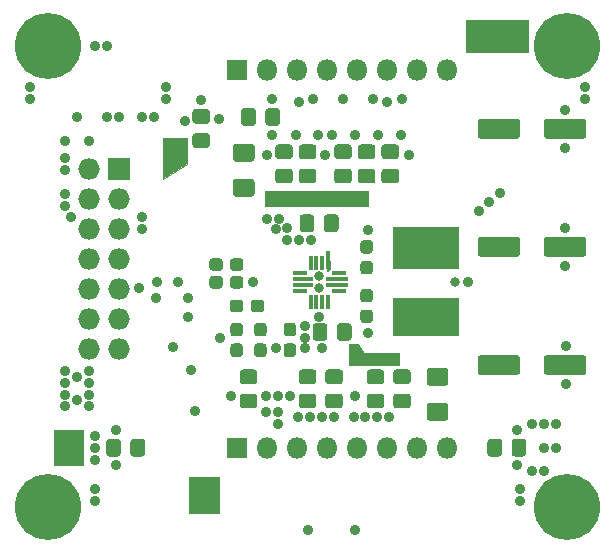
<source format=gbr>
%TF.GenerationSoftware,KiCad,Pcbnew,(5.1.6)-1*%
%TF.CreationDate,2022-04-15T15:17:14-04:00*%
%TF.ProjectId,MP28167 - Breakout,4d503238-3136-4372-902d-20427265616b,V1.0*%
%TF.SameCoordinates,Original*%
%TF.FileFunction,Soldermask,Top*%
%TF.FilePolarity,Negative*%
%FSLAX46Y46*%
G04 Gerber Fmt 4.6, Leading zero omitted, Abs format (unit mm)*
G04 Created by KiCad (PCBNEW (5.1.6)-1) date 2022-04-15 15:17:14*
%MOMM*%
%LPD*%
G01*
G04 APERTURE LIST*
%ADD10C,0.100000*%
%ADD11O,1.800000X1.800000*%
%ADD12R,1.800000X1.800000*%
%ADD13R,1.827200X1.827200*%
%ADD14O,1.827200X1.827200*%
%ADD15R,5.700000X3.600000*%
%ADD16R,5.700000X3.300000*%
%ADD17R,0.350000X1.500000*%
%ADD18R,0.350000X1.200000*%
%ADD19R,1.200000X0.350000*%
%ADD20R,1.700000X0.350000*%
%ADD21R,1.900000X0.350000*%
%ADD22C,5.600000*%
%ADD23C,0.900000*%
%ADD24C,0.800000*%
G04 APERTURE END LIST*
D10*
G36*
X98750000Y-119500000D02*
G01*
X101750000Y-119500000D01*
X101750000Y-120500000D01*
X97500000Y-120500000D01*
X97500000Y-118750000D01*
X98250000Y-118750000D01*
X98750000Y-119500000D01*
G37*
X98750000Y-119500000D02*
X101750000Y-119500000D01*
X101750000Y-120500000D01*
X97500000Y-120500000D01*
X97500000Y-118750000D01*
X98250000Y-118750000D01*
X98750000Y-119500000D01*
G36*
X83750000Y-103500000D02*
G01*
X81750000Y-104750000D01*
X81750000Y-101250000D01*
X83750000Y-101250000D01*
X83750000Y-103500000D01*
G37*
X83750000Y-103500000D02*
X81750000Y-104750000D01*
X81750000Y-101250000D01*
X83750000Y-101250000D01*
X83750000Y-103500000D01*
G36*
X112625000Y-94000000D02*
G01*
X107375000Y-94000000D01*
X107375000Y-91250000D01*
X112625000Y-91250000D01*
X112625000Y-94000000D01*
G37*
X112625000Y-94000000D02*
X107375000Y-94000000D01*
X107375000Y-91250000D01*
X112625000Y-91250000D01*
X112625000Y-94000000D01*
G36*
X99125000Y-107000000D02*
G01*
X90375000Y-107000000D01*
X90375000Y-105750000D01*
X99125000Y-105750000D01*
X99125000Y-107000000D01*
G37*
X99125000Y-107000000D02*
X90375000Y-107000000D01*
X90375000Y-105750000D01*
X99125000Y-105750000D01*
X99125000Y-107000000D01*
G36*
X75000000Y-129000000D02*
G01*
X72500000Y-129000000D01*
X72500000Y-126000000D01*
X75000000Y-126000000D01*
X75000000Y-129000000D01*
G37*
X75000000Y-129000000D02*
X72500000Y-129000000D01*
X72500000Y-126000000D01*
X75000000Y-126000000D01*
X75000000Y-129000000D01*
G36*
X86500000Y-133000000D02*
G01*
X84000000Y-133000000D01*
X84000000Y-130000000D01*
X86500000Y-130000000D01*
X86500000Y-133000000D01*
G37*
X86500000Y-133000000D02*
X84000000Y-133000000D01*
X84000000Y-130000000D01*
X86500000Y-130000000D01*
X86500000Y-133000000D01*
%TO.C,U1*%
G36*
X95875001Y-111700000D02*
G01*
X95625001Y-111700000D01*
X95625001Y-112500000D01*
X95725001Y-112500000D01*
X95875001Y-112350000D01*
X95875001Y-111700000D01*
G37*
X95875001Y-111700000D02*
X95625001Y-111700000D01*
X95625001Y-112500000D01*
X95725001Y-112500000D01*
X95875001Y-112350000D01*
X95875001Y-111700000D01*
%TD*%
%TO.C,C3*%
G36*
G01*
X88575000Y-111737500D02*
X88575000Y-112262500D01*
G75*
G02*
X88312500Y-112525000I-262500J0D01*
G01*
X87687500Y-112525000D01*
G75*
G02*
X87425000Y-112262500I0J262500D01*
G01*
X87425000Y-111737500D01*
G75*
G02*
X87687500Y-111475000I262500J0D01*
G01*
X88312500Y-111475000D01*
G75*
G02*
X88575000Y-111737500I0J-262500D01*
G01*
G37*
G36*
G01*
X86825000Y-111737500D02*
X86825000Y-112262500D01*
G75*
G02*
X86562500Y-112525000I-262500J0D01*
G01*
X85937500Y-112525000D01*
G75*
G02*
X85675000Y-112262500I0J262500D01*
G01*
X85675000Y-111737500D01*
G75*
G02*
X85937500Y-111475000I262500J0D01*
G01*
X86562500Y-111475000D01*
G75*
G02*
X86825000Y-111737500I0J-262500D01*
G01*
G37*
%TD*%
%TO.C,R1*%
G36*
G01*
X88575000Y-113237500D02*
X88575000Y-113762500D01*
G75*
G02*
X88312500Y-114025000I-262500J0D01*
G01*
X87687500Y-114025000D01*
G75*
G02*
X87425000Y-113762500I0J262500D01*
G01*
X87425000Y-113237500D01*
G75*
G02*
X87687500Y-112975000I262500J0D01*
G01*
X88312500Y-112975000D01*
G75*
G02*
X88575000Y-113237500I0J-262500D01*
G01*
G37*
G36*
G01*
X86825000Y-113237500D02*
X86825000Y-113762500D01*
G75*
G02*
X86562500Y-114025000I-262500J0D01*
G01*
X85937500Y-114025000D01*
G75*
G02*
X85675000Y-113762500I0J262500D01*
G01*
X85675000Y-113237500D01*
G75*
G02*
X85937500Y-112975000I262500J0D01*
G01*
X86562500Y-112975000D01*
G75*
G02*
X86825000Y-113237500I0J-262500D01*
G01*
G37*
%TD*%
%TO.C,R2*%
G36*
G01*
X90325000Y-115237500D02*
X90325000Y-115762500D01*
G75*
G02*
X90062500Y-116025000I-262500J0D01*
G01*
X89437500Y-116025000D01*
G75*
G02*
X89175000Y-115762500I0J262500D01*
G01*
X89175000Y-115237500D01*
G75*
G02*
X89437500Y-114975000I262500J0D01*
G01*
X90062500Y-114975000D01*
G75*
G02*
X90325000Y-115237500I0J-262500D01*
G01*
G37*
G36*
G01*
X88575000Y-115237500D02*
X88575000Y-115762500D01*
G75*
G02*
X88312500Y-116025000I-262500J0D01*
G01*
X87687500Y-116025000D01*
G75*
G02*
X87425000Y-115762500I0J262500D01*
G01*
X87425000Y-115237500D01*
G75*
G02*
X87687500Y-114975000I262500J0D01*
G01*
X88312500Y-114975000D01*
G75*
G02*
X88575000Y-115237500I0J-262500D01*
G01*
G37*
%TD*%
%TO.C,C7*%
G36*
G01*
X94478262Y-103075000D02*
X93521738Y-103075000D01*
G75*
G02*
X93250000Y-102803262I0J271738D01*
G01*
X93250000Y-102096738D01*
G75*
G02*
X93521738Y-101825000I271738J0D01*
G01*
X94478262Y-101825000D01*
G75*
G02*
X94750000Y-102096738I0J-271738D01*
G01*
X94750000Y-102803262D01*
G75*
G02*
X94478262Y-103075000I-271738J0D01*
G01*
G37*
G36*
G01*
X94478262Y-105125000D02*
X93521738Y-105125000D01*
G75*
G02*
X93250000Y-104853262I0J271738D01*
G01*
X93250000Y-104146738D01*
G75*
G02*
X93521738Y-103875000I271738J0D01*
G01*
X94478262Y-103875000D01*
G75*
G02*
X94750000Y-104146738I0J-271738D01*
G01*
X94750000Y-104853262D01*
G75*
G02*
X94478262Y-105125000I-271738J0D01*
G01*
G37*
%TD*%
%TO.C,C1*%
G36*
G01*
X85478262Y-100075000D02*
X84521738Y-100075000D01*
G75*
G02*
X84250000Y-99803262I0J271738D01*
G01*
X84250000Y-99096738D01*
G75*
G02*
X84521738Y-98825000I271738J0D01*
G01*
X85478262Y-98825000D01*
G75*
G02*
X85750000Y-99096738I0J-271738D01*
G01*
X85750000Y-99803262D01*
G75*
G02*
X85478262Y-100075000I-271738J0D01*
G01*
G37*
G36*
G01*
X85478262Y-102125000D02*
X84521738Y-102125000D01*
G75*
G02*
X84250000Y-101853262I0J271738D01*
G01*
X84250000Y-101146738D01*
G75*
G02*
X84521738Y-100875000I271738J0D01*
G01*
X85478262Y-100875000D01*
G75*
G02*
X85750000Y-101146738I0J-271738D01*
G01*
X85750000Y-101853262D01*
G75*
G02*
X85478262Y-102125000I-271738J0D01*
G01*
G37*
%TD*%
%TO.C,C2*%
G36*
G01*
X97478262Y-105125000D02*
X96521738Y-105125000D01*
G75*
G02*
X96250000Y-104853262I0J271738D01*
G01*
X96250000Y-104146738D01*
G75*
G02*
X96521738Y-103875000I271738J0D01*
G01*
X97478262Y-103875000D01*
G75*
G02*
X97750000Y-104146738I0J-271738D01*
G01*
X97750000Y-104853262D01*
G75*
G02*
X97478262Y-105125000I-271738J0D01*
G01*
G37*
G36*
G01*
X97478262Y-103075000D02*
X96521738Y-103075000D01*
G75*
G02*
X96250000Y-102803262I0J271738D01*
G01*
X96250000Y-102096738D01*
G75*
G02*
X96521738Y-101825000I271738J0D01*
G01*
X97478262Y-101825000D01*
G75*
G02*
X97750000Y-102096738I0J-271738D01*
G01*
X97750000Y-102803262D01*
G75*
G02*
X97478262Y-103075000I-271738J0D01*
G01*
G37*
%TD*%
%TO.C,C4*%
G36*
G01*
X101478262Y-103075000D02*
X100521738Y-103075000D01*
G75*
G02*
X100250000Y-102803262I0J271738D01*
G01*
X100250000Y-102096738D01*
G75*
G02*
X100521738Y-101825000I271738J0D01*
G01*
X101478262Y-101825000D01*
G75*
G02*
X101750000Y-102096738I0J-271738D01*
G01*
X101750000Y-102803262D01*
G75*
G02*
X101478262Y-103075000I-271738J0D01*
G01*
G37*
G36*
G01*
X101478262Y-105125000D02*
X100521738Y-105125000D01*
G75*
G02*
X100250000Y-104853262I0J271738D01*
G01*
X100250000Y-104146738D01*
G75*
G02*
X100521738Y-103875000I271738J0D01*
G01*
X101478262Y-103875000D01*
G75*
G02*
X101750000Y-104146738I0J-271738D01*
G01*
X101750000Y-104853262D01*
G75*
G02*
X101478262Y-105125000I-271738J0D01*
G01*
G37*
%TD*%
%TO.C,C5*%
G36*
G01*
X114000000Y-101084375D02*
X114000000Y-99915625D01*
G75*
G02*
X114265625Y-99650000I265625J0D01*
G01*
X117334375Y-99650000D01*
G75*
G02*
X117600000Y-99915625I0J-265625D01*
G01*
X117600000Y-101084375D01*
G75*
G02*
X117334375Y-101350000I-265625J0D01*
G01*
X114265625Y-101350000D01*
G75*
G02*
X114000000Y-101084375I0J265625D01*
G01*
G37*
G36*
G01*
X108400000Y-101084375D02*
X108400000Y-99915625D01*
G75*
G02*
X108665625Y-99650000I265625J0D01*
G01*
X111734375Y-99650000D01*
G75*
G02*
X112000000Y-99915625I0J-265625D01*
G01*
X112000000Y-101084375D01*
G75*
G02*
X111734375Y-101350000I-265625J0D01*
G01*
X108665625Y-101350000D01*
G75*
G02*
X108400000Y-101084375I0J265625D01*
G01*
G37*
%TD*%
%TO.C,C6*%
G36*
G01*
X92237500Y-116925000D02*
X92762500Y-116925000D01*
G75*
G02*
X93025000Y-117187500I0J-262500D01*
G01*
X93025000Y-117812500D01*
G75*
G02*
X92762500Y-118075000I-262500J0D01*
G01*
X92237500Y-118075000D01*
G75*
G02*
X91975000Y-117812500I0J262500D01*
G01*
X91975000Y-117187500D01*
G75*
G02*
X92237500Y-116925000I262500J0D01*
G01*
G37*
G36*
G01*
X92237500Y-118675000D02*
X92762500Y-118675000D01*
G75*
G02*
X93025000Y-118937500I0J-262500D01*
G01*
X93025000Y-119562500D01*
G75*
G02*
X92762500Y-119825000I-262500J0D01*
G01*
X92237500Y-119825000D01*
G75*
G02*
X91975000Y-119562500I0J262500D01*
G01*
X91975000Y-118937500D01*
G75*
G02*
X92237500Y-118675000I262500J0D01*
G01*
G37*
%TD*%
%TO.C,C8*%
G36*
G01*
X94575000Y-108021738D02*
X94575000Y-108978262D01*
G75*
G02*
X94303262Y-109250000I-271738J0D01*
G01*
X93596738Y-109250000D01*
G75*
G02*
X93325000Y-108978262I0J271738D01*
G01*
X93325000Y-108021738D01*
G75*
G02*
X93596738Y-107750000I271738J0D01*
G01*
X94303262Y-107750000D01*
G75*
G02*
X94575000Y-108021738I0J-271738D01*
G01*
G37*
G36*
G01*
X96625000Y-108021738D02*
X96625000Y-108978262D01*
G75*
G02*
X96353262Y-109250000I-271738J0D01*
G01*
X95646738Y-109250000D01*
G75*
G02*
X95375000Y-108978262I0J271738D01*
G01*
X95375000Y-108021738D01*
G75*
G02*
X95646738Y-107750000I271738J0D01*
G01*
X96353262Y-107750000D01*
G75*
G02*
X96625000Y-108021738I0J-271738D01*
G01*
G37*
%TD*%
%TO.C,C9*%
G36*
G01*
X99478262Y-105125000D02*
X98521738Y-105125000D01*
G75*
G02*
X98250000Y-104853262I0J271738D01*
G01*
X98250000Y-104146738D01*
G75*
G02*
X98521738Y-103875000I271738J0D01*
G01*
X99478262Y-103875000D01*
G75*
G02*
X99750000Y-104146738I0J-271738D01*
G01*
X99750000Y-104853262D01*
G75*
G02*
X99478262Y-105125000I-271738J0D01*
G01*
G37*
G36*
G01*
X99478262Y-103075000D02*
X98521738Y-103075000D01*
G75*
G02*
X98250000Y-102803262I0J271738D01*
G01*
X98250000Y-102096738D01*
G75*
G02*
X98521738Y-101825000I271738J0D01*
G01*
X99478262Y-101825000D01*
G75*
G02*
X99750000Y-102096738I0J-271738D01*
G01*
X99750000Y-102803262D01*
G75*
G02*
X99478262Y-103075000I-271738J0D01*
G01*
G37*
%TD*%
%TO.C,C10*%
G36*
G01*
X99262500Y-111075000D02*
X98737500Y-111075000D01*
G75*
G02*
X98475000Y-110812500I0J262500D01*
G01*
X98475000Y-110187500D01*
G75*
G02*
X98737500Y-109925000I262500J0D01*
G01*
X99262500Y-109925000D01*
G75*
G02*
X99525000Y-110187500I0J-262500D01*
G01*
X99525000Y-110812500D01*
G75*
G02*
X99262500Y-111075000I-262500J0D01*
G01*
G37*
G36*
G01*
X99262500Y-112825000D02*
X98737500Y-112825000D01*
G75*
G02*
X98475000Y-112562500I0J262500D01*
G01*
X98475000Y-111937500D01*
G75*
G02*
X98737500Y-111675000I262500J0D01*
G01*
X99262500Y-111675000D01*
G75*
G02*
X99525000Y-111937500I0J-262500D01*
G01*
X99525000Y-112562500D01*
G75*
G02*
X99262500Y-112825000I-262500J0D01*
G01*
G37*
%TD*%
%TO.C,C11*%
G36*
G01*
X98737500Y-114050000D02*
X99262500Y-114050000D01*
G75*
G02*
X99525000Y-114312500I0J-262500D01*
G01*
X99525000Y-114937500D01*
G75*
G02*
X99262500Y-115200000I-262500J0D01*
G01*
X98737500Y-115200000D01*
G75*
G02*
X98475000Y-114937500I0J262500D01*
G01*
X98475000Y-114312500D01*
G75*
G02*
X98737500Y-114050000I262500J0D01*
G01*
G37*
G36*
G01*
X98737500Y-115800000D02*
X99262500Y-115800000D01*
G75*
G02*
X99525000Y-116062500I0J-262500D01*
G01*
X99525000Y-116687500D01*
G75*
G02*
X99262500Y-116950000I-262500J0D01*
G01*
X98737500Y-116950000D01*
G75*
G02*
X98475000Y-116687500I0J262500D01*
G01*
X98475000Y-116062500D01*
G75*
G02*
X98737500Y-115800000I262500J0D01*
G01*
G37*
%TD*%
%TO.C,C12*%
G36*
G01*
X92478262Y-105125000D02*
X91521738Y-105125000D01*
G75*
G02*
X91250000Y-104853262I0J271738D01*
G01*
X91250000Y-104146738D01*
G75*
G02*
X91521738Y-103875000I271738J0D01*
G01*
X92478262Y-103875000D01*
G75*
G02*
X92750000Y-104146738I0J-271738D01*
G01*
X92750000Y-104853262D01*
G75*
G02*
X92478262Y-105125000I-271738J0D01*
G01*
G37*
G36*
G01*
X92478262Y-103075000D02*
X91521738Y-103075000D01*
G75*
G02*
X91250000Y-102803262I0J271738D01*
G01*
X91250000Y-102096738D01*
G75*
G02*
X91521738Y-101825000I271738J0D01*
G01*
X92478262Y-101825000D01*
G75*
G02*
X92750000Y-102096738I0J-271738D01*
G01*
X92750000Y-102803262D01*
G75*
G02*
X92478262Y-103075000I-271738J0D01*
G01*
G37*
%TD*%
%TO.C,C13*%
G36*
G01*
X97725000Y-117221738D02*
X97725000Y-118178262D01*
G75*
G02*
X97453262Y-118450000I-271738J0D01*
G01*
X96746738Y-118450000D01*
G75*
G02*
X96475000Y-118178262I0J271738D01*
G01*
X96475000Y-117221738D01*
G75*
G02*
X96746738Y-116950000I271738J0D01*
G01*
X97453262Y-116950000D01*
G75*
G02*
X97725000Y-117221738I0J-271738D01*
G01*
G37*
G36*
G01*
X95675000Y-117221738D02*
X95675000Y-118178262D01*
G75*
G02*
X95403262Y-118450000I-271738J0D01*
G01*
X94696738Y-118450000D01*
G75*
G02*
X94425000Y-118178262I0J271738D01*
G01*
X94425000Y-117221738D01*
G75*
G02*
X94696738Y-116950000I271738J0D01*
G01*
X95403262Y-116950000D01*
G75*
G02*
X95675000Y-117221738I0J-271738D01*
G01*
G37*
%TD*%
%TO.C,C14*%
G36*
G01*
X93521738Y-122925000D02*
X94478262Y-122925000D01*
G75*
G02*
X94750000Y-123196738I0J-271738D01*
G01*
X94750000Y-123903262D01*
G75*
G02*
X94478262Y-124175000I-271738J0D01*
G01*
X93521738Y-124175000D01*
G75*
G02*
X93250000Y-123903262I0J271738D01*
G01*
X93250000Y-123196738D01*
G75*
G02*
X93521738Y-122925000I271738J0D01*
G01*
G37*
G36*
G01*
X93521738Y-120875000D02*
X94478262Y-120875000D01*
G75*
G02*
X94750000Y-121146738I0J-271738D01*
G01*
X94750000Y-121853262D01*
G75*
G02*
X94478262Y-122125000I-271738J0D01*
G01*
X93521738Y-122125000D01*
G75*
G02*
X93250000Y-121853262I0J271738D01*
G01*
X93250000Y-121146738D01*
G75*
G02*
X93521738Y-120875000I271738J0D01*
G01*
G37*
%TD*%
%TO.C,C15*%
G36*
G01*
X99271738Y-120875000D02*
X100228262Y-120875000D01*
G75*
G02*
X100500000Y-121146738I0J-271738D01*
G01*
X100500000Y-121853262D01*
G75*
G02*
X100228262Y-122125000I-271738J0D01*
G01*
X99271738Y-122125000D01*
G75*
G02*
X99000000Y-121853262I0J271738D01*
G01*
X99000000Y-121146738D01*
G75*
G02*
X99271738Y-120875000I271738J0D01*
G01*
G37*
G36*
G01*
X99271738Y-122925000D02*
X100228262Y-122925000D01*
G75*
G02*
X100500000Y-123196738I0J-271738D01*
G01*
X100500000Y-123903262D01*
G75*
G02*
X100228262Y-124175000I-271738J0D01*
G01*
X99271738Y-124175000D01*
G75*
G02*
X99000000Y-123903262I0J271738D01*
G01*
X99000000Y-123196738D01*
G75*
G02*
X99271738Y-122925000I271738J0D01*
G01*
G37*
%TD*%
%TO.C,C16*%
G36*
G01*
X88521738Y-122925000D02*
X89478262Y-122925000D01*
G75*
G02*
X89750000Y-123196738I0J-271738D01*
G01*
X89750000Y-123903262D01*
G75*
G02*
X89478262Y-124175000I-271738J0D01*
G01*
X88521738Y-124175000D01*
G75*
G02*
X88250000Y-123903262I0J271738D01*
G01*
X88250000Y-123196738D01*
G75*
G02*
X88521738Y-122925000I271738J0D01*
G01*
G37*
G36*
G01*
X88521738Y-120875000D02*
X89478262Y-120875000D01*
G75*
G02*
X89750000Y-121146738I0J-271738D01*
G01*
X89750000Y-121853262D01*
G75*
G02*
X89478262Y-122125000I-271738J0D01*
G01*
X88521738Y-122125000D01*
G75*
G02*
X88250000Y-121853262I0J271738D01*
G01*
X88250000Y-121146738D01*
G75*
G02*
X88521738Y-120875000I271738J0D01*
G01*
G37*
%TD*%
%TO.C,C17*%
G36*
G01*
X108400000Y-111084375D02*
X108400000Y-109915625D01*
G75*
G02*
X108665625Y-109650000I265625J0D01*
G01*
X111734375Y-109650000D01*
G75*
G02*
X112000000Y-109915625I0J-265625D01*
G01*
X112000000Y-111084375D01*
G75*
G02*
X111734375Y-111350000I-265625J0D01*
G01*
X108665625Y-111350000D01*
G75*
G02*
X108400000Y-111084375I0J265625D01*
G01*
G37*
G36*
G01*
X114000000Y-111084375D02*
X114000000Y-109915625D01*
G75*
G02*
X114265625Y-109650000I265625J0D01*
G01*
X117334375Y-109650000D01*
G75*
G02*
X117600000Y-109915625I0J-265625D01*
G01*
X117600000Y-111084375D01*
G75*
G02*
X117334375Y-111350000I-265625J0D01*
G01*
X114265625Y-111350000D01*
G75*
G02*
X114000000Y-111084375I0J265625D01*
G01*
G37*
%TD*%
%TO.C,C18*%
G36*
G01*
X95771738Y-120875000D02*
X96728262Y-120875000D01*
G75*
G02*
X97000000Y-121146738I0J-271738D01*
G01*
X97000000Y-121853262D01*
G75*
G02*
X96728262Y-122125000I-271738J0D01*
G01*
X95771738Y-122125000D01*
G75*
G02*
X95500000Y-121853262I0J271738D01*
G01*
X95500000Y-121146738D01*
G75*
G02*
X95771738Y-120875000I271738J0D01*
G01*
G37*
G36*
G01*
X95771738Y-122925000D02*
X96728262Y-122925000D01*
G75*
G02*
X97000000Y-123196738I0J-271738D01*
G01*
X97000000Y-123903262D01*
G75*
G02*
X96728262Y-124175000I-271738J0D01*
G01*
X95771738Y-124175000D01*
G75*
G02*
X95500000Y-123903262I0J271738D01*
G01*
X95500000Y-123196738D01*
G75*
G02*
X95771738Y-122925000I271738J0D01*
G01*
G37*
%TD*%
%TO.C,C19*%
G36*
G01*
X108400000Y-121084375D02*
X108400000Y-119915625D01*
G75*
G02*
X108665625Y-119650000I265625J0D01*
G01*
X111734375Y-119650000D01*
G75*
G02*
X112000000Y-119915625I0J-265625D01*
G01*
X112000000Y-121084375D01*
G75*
G02*
X111734375Y-121350000I-265625J0D01*
G01*
X108665625Y-121350000D01*
G75*
G02*
X108400000Y-121084375I0J265625D01*
G01*
G37*
G36*
G01*
X114000000Y-121084375D02*
X114000000Y-119915625D01*
G75*
G02*
X114265625Y-119650000I265625J0D01*
G01*
X117334375Y-119650000D01*
G75*
G02*
X117600000Y-119915625I0J-265625D01*
G01*
X117600000Y-121084375D01*
G75*
G02*
X117334375Y-121350000I-265625J0D01*
G01*
X114265625Y-121350000D01*
G75*
G02*
X114000000Y-121084375I0J265625D01*
G01*
G37*
%TD*%
%TO.C,C20*%
G36*
G01*
X101521738Y-122925000D02*
X102478262Y-122925000D01*
G75*
G02*
X102750000Y-123196738I0J-271738D01*
G01*
X102750000Y-123903262D01*
G75*
G02*
X102478262Y-124175000I-271738J0D01*
G01*
X101521738Y-124175000D01*
G75*
G02*
X101250000Y-123903262I0J271738D01*
G01*
X101250000Y-123196738D01*
G75*
G02*
X101521738Y-122925000I271738J0D01*
G01*
G37*
G36*
G01*
X101521738Y-120875000D02*
X102478262Y-120875000D01*
G75*
G02*
X102750000Y-121146738I0J-271738D01*
G01*
X102750000Y-121853262D01*
G75*
G02*
X102478262Y-122125000I-271738J0D01*
G01*
X101521738Y-122125000D01*
G75*
G02*
X101250000Y-121853262I0J271738D01*
G01*
X101250000Y-121146738D01*
G75*
G02*
X101521738Y-120875000I271738J0D01*
G01*
G37*
%TD*%
%TO.C,C21*%
G36*
G01*
X80250000Y-127021738D02*
X80250000Y-127978262D01*
G75*
G02*
X79978262Y-128250000I-271738J0D01*
G01*
X79271738Y-128250000D01*
G75*
G02*
X79000000Y-127978262I0J271738D01*
G01*
X79000000Y-127021738D01*
G75*
G02*
X79271738Y-126750000I271738J0D01*
G01*
X79978262Y-126750000D01*
G75*
G02*
X80250000Y-127021738I0J-271738D01*
G01*
G37*
G36*
G01*
X78200000Y-127021738D02*
X78200000Y-127978262D01*
G75*
G02*
X77928262Y-128250000I-271738J0D01*
G01*
X77221738Y-128250000D01*
G75*
G02*
X76950000Y-127978262I0J271738D01*
G01*
X76950000Y-127021738D01*
G75*
G02*
X77221738Y-126750000I271738J0D01*
G01*
X77928262Y-126750000D01*
G75*
G02*
X78200000Y-127021738I0J-271738D01*
G01*
G37*
%TD*%
%TO.C,FB1*%
G36*
G01*
X89257456Y-103287500D02*
X87942544Y-103287500D01*
G75*
G02*
X87675000Y-103019956I0J267544D01*
G01*
X87675000Y-102030044D01*
G75*
G02*
X87942544Y-101762500I267544J0D01*
G01*
X89257456Y-101762500D01*
G75*
G02*
X89525000Y-102030044I0J-267544D01*
G01*
X89525000Y-103019956D01*
G75*
G02*
X89257456Y-103287500I-267544J0D01*
G01*
G37*
G36*
G01*
X89257456Y-106262500D02*
X87942544Y-106262500D01*
G75*
G02*
X87675000Y-105994956I0J267544D01*
G01*
X87675000Y-105005044D01*
G75*
G02*
X87942544Y-104737500I267544J0D01*
G01*
X89257456Y-104737500D01*
G75*
G02*
X89525000Y-105005044I0J-267544D01*
G01*
X89525000Y-105994956D01*
G75*
G02*
X89257456Y-106262500I-267544J0D01*
G01*
G37*
%TD*%
%TO.C,FB2*%
G36*
G01*
X105657456Y-125237500D02*
X104342544Y-125237500D01*
G75*
G02*
X104075000Y-124969956I0J267544D01*
G01*
X104075000Y-123980044D01*
G75*
G02*
X104342544Y-123712500I267544J0D01*
G01*
X105657456Y-123712500D01*
G75*
G02*
X105925000Y-123980044I0J-267544D01*
G01*
X105925000Y-124969956D01*
G75*
G02*
X105657456Y-125237500I-267544J0D01*
G01*
G37*
G36*
G01*
X105657456Y-122262500D02*
X104342544Y-122262500D01*
G75*
G02*
X104075000Y-121994956I0J267544D01*
G01*
X104075000Y-121005044D01*
G75*
G02*
X104342544Y-120737500I267544J0D01*
G01*
X105657456Y-120737500D01*
G75*
G02*
X105925000Y-121005044I0J-267544D01*
G01*
X105925000Y-121994956D01*
G75*
G02*
X105657456Y-122262500I-267544J0D01*
G01*
G37*
%TD*%
D11*
%TO.C,J1*%
X105780000Y-127500000D03*
X103240000Y-127500000D03*
X100700000Y-127500000D03*
X98160000Y-127500000D03*
X95620000Y-127500000D03*
X93080000Y-127500000D03*
X90540000Y-127500000D03*
D12*
X88000000Y-127500000D03*
%TD*%
%TO.C,J2*%
X88000000Y-95500000D03*
D11*
X90540000Y-95500000D03*
X93080000Y-95500000D03*
X95620000Y-95500000D03*
X98160000Y-95500000D03*
X100700000Y-95500000D03*
X103240000Y-95500000D03*
X105780000Y-95500000D03*
%TD*%
D13*
%TO.C,J4*%
X78000000Y-103880000D03*
D14*
X75460000Y-103880000D03*
X78000000Y-106420000D03*
X75460000Y-106420000D03*
X78000000Y-108960000D03*
X75460000Y-108960000D03*
X78000000Y-111500000D03*
X75460000Y-111500000D03*
X78000000Y-114040000D03*
X75460000Y-114040000D03*
X78000000Y-116580000D03*
X75460000Y-116580000D03*
X78000000Y-119120000D03*
X75460000Y-119120000D03*
%TD*%
D15*
%TO.C,L1*%
X104000000Y-110579000D03*
D16*
X104000000Y-116421000D03*
%TD*%
%TO.C,R3*%
G36*
G01*
X87737500Y-118675000D02*
X88262500Y-118675000D01*
G75*
G02*
X88525000Y-118937500I0J-262500D01*
G01*
X88525000Y-119562500D01*
G75*
G02*
X88262500Y-119825000I-262500J0D01*
G01*
X87737500Y-119825000D01*
G75*
G02*
X87475000Y-119562500I0J262500D01*
G01*
X87475000Y-118937500D01*
G75*
G02*
X87737500Y-118675000I262500J0D01*
G01*
G37*
G36*
G01*
X87737500Y-116925000D02*
X88262500Y-116925000D01*
G75*
G02*
X88525000Y-117187500I0J-262500D01*
G01*
X88525000Y-117812500D01*
G75*
G02*
X88262500Y-118075000I-262500J0D01*
G01*
X87737500Y-118075000D01*
G75*
G02*
X87475000Y-117812500I0J262500D01*
G01*
X87475000Y-117187500D01*
G75*
G02*
X87737500Y-116925000I262500J0D01*
G01*
G37*
%TD*%
%TO.C,R4*%
G36*
G01*
X89737500Y-116925000D02*
X90262500Y-116925000D01*
G75*
G02*
X90525000Y-117187500I0J-262500D01*
G01*
X90525000Y-117812500D01*
G75*
G02*
X90262500Y-118075000I-262500J0D01*
G01*
X89737500Y-118075000D01*
G75*
G02*
X89475000Y-117812500I0J262500D01*
G01*
X89475000Y-117187500D01*
G75*
G02*
X89737500Y-116925000I262500J0D01*
G01*
G37*
G36*
G01*
X89737500Y-118675000D02*
X90262500Y-118675000D01*
G75*
G02*
X90525000Y-118937500I0J-262500D01*
G01*
X90525000Y-119562500D01*
G75*
G02*
X90262500Y-119825000I-262500J0D01*
G01*
X89737500Y-119825000D01*
G75*
G02*
X89475000Y-119562500I0J262500D01*
G01*
X89475000Y-118937500D01*
G75*
G02*
X89737500Y-118675000I262500J0D01*
G01*
G37*
%TD*%
D17*
%TO.C,U1*%
X95750001Y-111650000D03*
D18*
X95250000Y-111850000D03*
X94750000Y-111850000D03*
X94249999Y-111850000D03*
D19*
X93350000Y-112749999D03*
D20*
X93600000Y-113250000D03*
X93600000Y-113750000D03*
D19*
X93350000Y-114250001D03*
D18*
X94249999Y-115150000D03*
X94750000Y-115150000D03*
X95250000Y-115150000D03*
X95750001Y-115150000D03*
D19*
X96650000Y-114250001D03*
D21*
X96500000Y-113750000D03*
X96500000Y-113250000D03*
D19*
X96650000Y-112749999D03*
%TD*%
%TO.C,C22*%
G36*
G01*
X90425000Y-99978262D02*
X90425000Y-99021738D01*
G75*
G02*
X90696738Y-98750000I271738J0D01*
G01*
X91403262Y-98750000D01*
G75*
G02*
X91675000Y-99021738I0J-271738D01*
G01*
X91675000Y-99978262D01*
G75*
G02*
X91403262Y-100250000I-271738J0D01*
G01*
X90696738Y-100250000D01*
G75*
G02*
X90425000Y-99978262I0J271738D01*
G01*
G37*
G36*
G01*
X88375000Y-99978262D02*
X88375000Y-99021738D01*
G75*
G02*
X88646738Y-98750000I271738J0D01*
G01*
X89353262Y-98750000D01*
G75*
G02*
X89625000Y-99021738I0J-271738D01*
G01*
X89625000Y-99978262D01*
G75*
G02*
X89353262Y-100250000I-271738J0D01*
G01*
X88646738Y-100250000D01*
G75*
G02*
X88375000Y-99978262I0J271738D01*
G01*
G37*
%TD*%
%TO.C,C23*%
G36*
G01*
X109225000Y-127978262D02*
X109225000Y-127021738D01*
G75*
G02*
X109496738Y-126750000I271738J0D01*
G01*
X110203262Y-126750000D01*
G75*
G02*
X110475000Y-127021738I0J-271738D01*
G01*
X110475000Y-127978262D01*
G75*
G02*
X110203262Y-128250000I-271738J0D01*
G01*
X109496738Y-128250000D01*
G75*
G02*
X109225000Y-127978262I0J271738D01*
G01*
G37*
G36*
G01*
X111275000Y-127978262D02*
X111275000Y-127021738D01*
G75*
G02*
X111546738Y-126750000I271738J0D01*
G01*
X112253262Y-126750000D01*
G75*
G02*
X112525000Y-127021738I0J-271738D01*
G01*
X112525000Y-127978262D01*
G75*
G02*
X112253262Y-128250000I-271738J0D01*
G01*
X111546738Y-128250000D01*
G75*
G02*
X111275000Y-127978262I0J271738D01*
G01*
G37*
%TD*%
D22*
%TO.C,H1*%
X72000000Y-132500000D03*
%TD*%
%TO.C,H2*%
X116000000Y-93500000D03*
%TD*%
%TO.C,H3*%
X116000000Y-132500000D03*
%TD*%
%TO.C,H4*%
X72000000Y-93500000D03*
%TD*%
D23*
X94300000Y-109900000D03*
X93300000Y-109900000D03*
X92300000Y-109900000D03*
X92300000Y-108900000D03*
X91600000Y-108100000D03*
X90600000Y-108100000D03*
X91300000Y-109000000D03*
X95000000Y-116400000D03*
X93800000Y-117200000D03*
X93800000Y-118200000D03*
X93800000Y-119100000D03*
X95200000Y-119100000D03*
X91300000Y-119100000D03*
X86600000Y-118200000D03*
X90500000Y-123100000D03*
X91500000Y-123100000D03*
X92500000Y-123100000D03*
X98000000Y-123100000D03*
X100900000Y-124900000D03*
X99900000Y-124900000D03*
X98900000Y-124900000D03*
X97900000Y-124900000D03*
X93200000Y-124900000D03*
X94200000Y-124900000D03*
X95200000Y-124900000D03*
X96200000Y-124900000D03*
X87500000Y-123100000D03*
X77800000Y-126000000D03*
X77800000Y-129000000D03*
X111700000Y-129000000D03*
X111700000Y-126000000D03*
X115900000Y-122100000D03*
X115900000Y-118900000D03*
X115800000Y-108900000D03*
X115800000Y-112100000D03*
X115800000Y-102100000D03*
X115800000Y-98900000D03*
X95500000Y-102700000D03*
X102600000Y-102700000D03*
X90600000Y-102700000D03*
X98000000Y-101000000D03*
X100000000Y-101000000D03*
X101900000Y-101000000D03*
X96100000Y-101000000D03*
X93000000Y-101000000D03*
X94900000Y-101000000D03*
X91000000Y-101000000D03*
X91000000Y-98000000D03*
X85000000Y-98100000D03*
X83600000Y-99800000D03*
X86500000Y-99700000D03*
X99100000Y-117800000D03*
X107600000Y-113500000D03*
X99100000Y-109100000D03*
X108500000Y-107500000D03*
X109400000Y-106700000D03*
X110300000Y-105900000D03*
X114000000Y-125500000D03*
X114000000Y-127500000D03*
X114000000Y-129500000D03*
X75500000Y-101500000D03*
X74500000Y-99500000D03*
X73500000Y-101500000D03*
X77000000Y-99500000D03*
X78000000Y-99500000D03*
X80000000Y-99500000D03*
X81000000Y-99500000D03*
X75500000Y-121000000D03*
X75500000Y-122000000D03*
X74500000Y-121500000D03*
X73500000Y-121000000D03*
X73500000Y-122000000D03*
X73500000Y-123000000D03*
X75500000Y-123000000D03*
X74500000Y-123500000D03*
X73500000Y-124000000D03*
X75500000Y-124000000D03*
X94500000Y-98000000D03*
X97000000Y-98000000D03*
X99500000Y-98000000D03*
X102000000Y-98000000D03*
X90500000Y-124500000D03*
X91500000Y-125500000D03*
X91500000Y-124500000D03*
X76000000Y-127500000D03*
X76000000Y-126500000D03*
X76000000Y-128500000D03*
X80000000Y-109000000D03*
X80000000Y-108000000D03*
X74000000Y-108000000D03*
X73500000Y-107000000D03*
X73500000Y-106000000D03*
X73500000Y-104000000D03*
X73500000Y-103000000D03*
X94000000Y-134500000D03*
X98000000Y-134500000D03*
X100700000Y-98200000D03*
X93300000Y-98200000D03*
X83900000Y-114800000D03*
X83900000Y-116400000D03*
X79700000Y-114000000D03*
X70500000Y-97000000D03*
X70500000Y-98000000D03*
X76000000Y-93500000D03*
X77000000Y-93500000D03*
X111500000Y-93500000D03*
X110500000Y-93500000D03*
X117500000Y-97000000D03*
X117500000Y-98000000D03*
X112000000Y-132000000D03*
X76000000Y-132000000D03*
X76000000Y-131000000D03*
X82000000Y-97000000D03*
X82000000Y-98000000D03*
X115000000Y-125500000D03*
X115000000Y-127500000D03*
X113000000Y-125500000D03*
X113000000Y-129500000D03*
X112000000Y-131000000D03*
D24*
X95000000Y-113000000D03*
X95000000Y-114000000D03*
X106500000Y-113500000D03*
D23*
X89400000Y-113500000D03*
X81200000Y-114800000D03*
X82600000Y-119000000D03*
X84100000Y-120900000D03*
X84500000Y-124400000D03*
X83000000Y-113500000D03*
X81250000Y-113499996D03*
M02*

</source>
